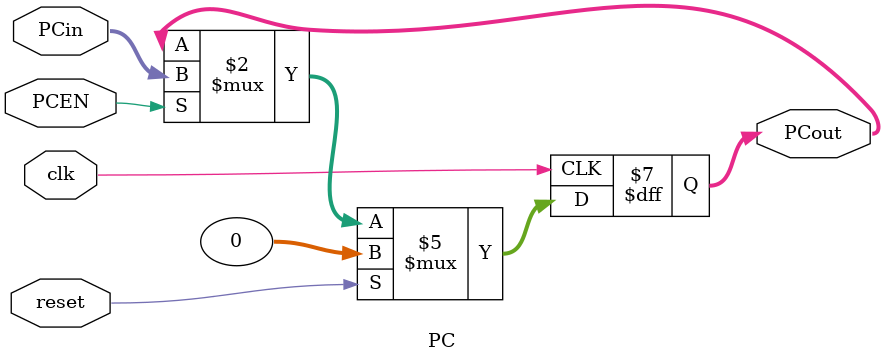
<source format=v>
`timescale 1ns / 1ps


module PC(clk,reset,PCin,PCEN,PCout);

input clk,reset,PCEN;
input [31:0]PCin;
output reg [31:0]PCout;
// We can also use signed PCout when the we also need to handle with negative address
// if reset = 1 then reset the PC
always@(posedge clk)
begin
  if(reset) PCout<=0;
  else if(PCEN) PCout<=PCin;
end 

endmodule

</source>
